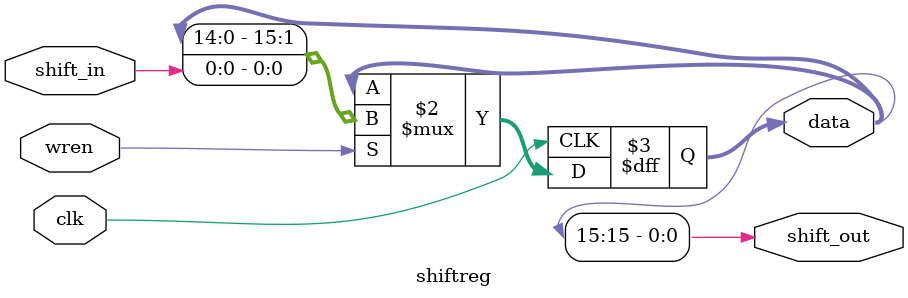
<source format=v>
/*
#	ZUMA Open FPGA Overlay
#	Alex Brant 
#	Email: alex.d.brant@gmail.com
#	2012
#	Shift register
*/
`include "mathmacros.v"
// synopsys translate_off
`timescale 1 ps / 1 ps
// synopsys translate_on
module shiftreg 
#(
	parameter LENGTH = 16
 )
(	shift_in,
	clk,
	wren,
	data,
	shift_out);

	input 	  shift_in;
	input clk;
	input wren;

	output reg	[LENGTH-1:0]data;
	output shift_out;
	
	
	 assign shift_out = data[LENGTH-1];
	 
	 
	 always @(posedge clk) begin
	     data = wren ? {data[LENGTH-2:0], shift_in } :  data;
	 end
	 
	 
	
	 
endmodule
</source>
